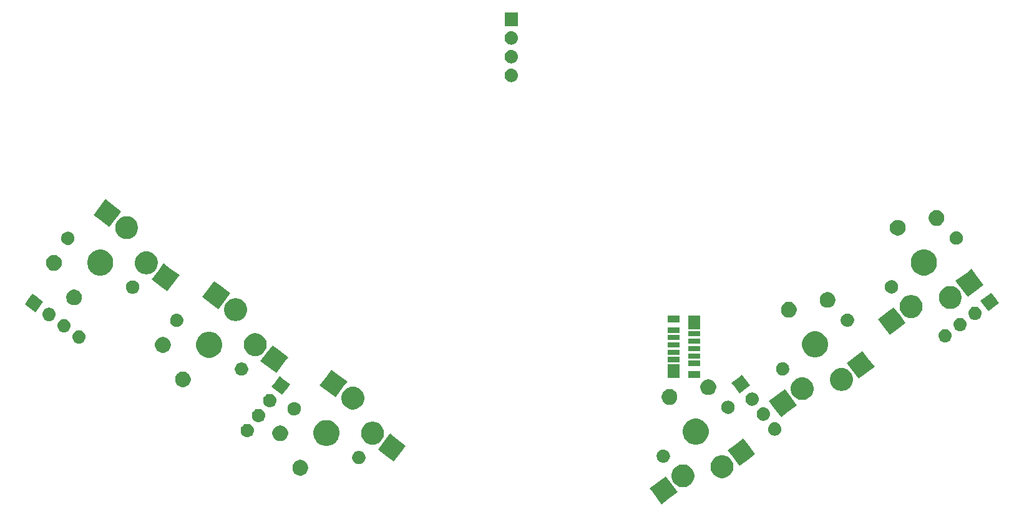
<source format=gbr>
G04 #@! TF.GenerationSoftware,KiCad,Pcbnew,(5.1.4)-1*
G04 #@! TF.CreationDate,2023-12-29T13:04:59-05:00*
G04 #@! TF.ProjectId,ThumbsUp,5468756d-6273-4557-902e-6b696361645f,rev?*
G04 #@! TF.SameCoordinates,Original*
G04 #@! TF.FileFunction,Soldermask,Bot*
G04 #@! TF.FilePolarity,Negative*
%FSLAX46Y46*%
G04 Gerber Fmt 4.6, Leading zero omitted, Abs format (unit mm)*
G04 Created by KiCad (PCBNEW (5.1.4)-1) date 2023-12-29 13:04:59*
%MOMM*%
%LPD*%
G04 APERTURE LIST*
%ADD10C,0.100000*%
G04 APERTURE END LIST*
D10*
G36*
X176402356Y94451302D02*
G01*
X177180106Y93419194D01*
X177180106Y93419193D01*
X175949512Y92491874D01*
X175022193Y91793089D01*
X175022192Y91793089D01*
X173796835Y93419193D01*
X173396088Y93951002D01*
X173396088Y93951003D01*
X174626682Y94878322D01*
X175554001Y95577107D01*
X175554002Y95577107D01*
X176402356Y94451302D01*
X176402356Y94451302D01*
G37*
G36*
X178206214Y97177240D02*
G01*
X178356039Y97147438D01*
X178638303Y97030521D01*
X178892334Y96860783D01*
X179108370Y96644747D01*
X179278108Y96390716D01*
X179395025Y96108452D01*
X179454629Y95808802D01*
X179454629Y95503282D01*
X179395025Y95203632D01*
X179278108Y94921368D01*
X179108370Y94667337D01*
X178892334Y94451301D01*
X178638303Y94281563D01*
X178356039Y94164646D01*
X178206214Y94134844D01*
X178056390Y94105042D01*
X177750868Y94105042D01*
X177601044Y94134844D01*
X177451219Y94164646D01*
X177168955Y94281563D01*
X176914924Y94451301D01*
X176698888Y94667337D01*
X176529150Y94921368D01*
X176412233Y95203632D01*
X176352629Y95503282D01*
X176352629Y95808802D01*
X176412233Y96108452D01*
X176529150Y96390716D01*
X176698888Y96644747D01*
X176914924Y96860783D01*
X177168955Y97030521D01*
X177451219Y97147438D01*
X177601044Y97177240D01*
X177750868Y97207042D01*
X178056390Y97207042D01*
X178206214Y97177240D01*
X178206214Y97177240D01*
G37*
G36*
X183523384Y98429317D02*
G01*
X183673209Y98399515D01*
X183955473Y98282598D01*
X184209504Y98112860D01*
X184425540Y97896824D01*
X184595278Y97642793D01*
X184712195Y97360529D01*
X184771799Y97060879D01*
X184771799Y96755359D01*
X184712195Y96455709D01*
X184595278Y96173445D01*
X184425540Y95919414D01*
X184209504Y95703378D01*
X183955473Y95533640D01*
X183673209Y95416723D01*
X183523384Y95386921D01*
X183373560Y95357119D01*
X183068038Y95357119D01*
X182918214Y95386921D01*
X182768389Y95416723D01*
X182486125Y95533640D01*
X182232094Y95703378D01*
X182016058Y95919414D01*
X181846320Y96173445D01*
X181729403Y96455709D01*
X181669799Y96755359D01*
X181669799Y97060879D01*
X181729403Y97360529D01*
X181846320Y97642793D01*
X182016058Y97896824D01*
X182232094Y98112860D01*
X182486125Y98282598D01*
X182768389Y98399515D01*
X182918214Y98429317D01*
X183068038Y98459119D01*
X183373560Y98459119D01*
X183523384Y98429317D01*
X183523384Y98429317D01*
G37*
G36*
X126310522Y97784047D02*
G01*
X126504703Y97703614D01*
X126504705Y97703613D01*
X126679464Y97586843D01*
X126828084Y97438223D01*
X126879840Y97360764D01*
X126944855Y97263462D01*
X127025288Y97069281D01*
X127066291Y96863142D01*
X127066291Y96652958D01*
X127025288Y96446819D01*
X127002049Y96390716D01*
X126944854Y96252636D01*
X126828084Y96077877D01*
X126679464Y95929257D01*
X126504705Y95812487D01*
X126504704Y95812486D01*
X126504703Y95812486D01*
X126310522Y95732053D01*
X126104383Y95691050D01*
X125894199Y95691050D01*
X125688060Y95732053D01*
X125493879Y95812486D01*
X125493878Y95812486D01*
X125493877Y95812487D01*
X125319118Y95929257D01*
X125170498Y96077877D01*
X125053728Y96252636D01*
X124996533Y96390716D01*
X124973294Y96446819D01*
X124932291Y96652958D01*
X124932291Y96863142D01*
X124973294Y97069281D01*
X125053727Y97263462D01*
X125118742Y97360764D01*
X125170498Y97438223D01*
X125319118Y97586843D01*
X125493877Y97703613D01*
X125493879Y97703614D01*
X125688060Y97784047D01*
X125894199Y97825050D01*
X126104383Y97825050D01*
X126310522Y97784047D01*
X126310522Y97784047D01*
G37*
G36*
X186755012Y99904808D02*
G01*
X187728340Y98613159D01*
X187728340Y98613158D01*
X186777732Y97896824D01*
X185570427Y96987054D01*
X185570426Y96987054D01*
X184619598Y98248846D01*
X183944322Y99144967D01*
X183944322Y99144968D01*
X185209897Y100098647D01*
X186102235Y100771072D01*
X186102236Y100771072D01*
X186755012Y99904808D01*
X186755012Y99904808D01*
G37*
G36*
X134118447Y99044587D02*
G01*
X134205570Y99027258D01*
X134314993Y98981933D01*
X134369706Y98959270D01*
X134516428Y98861234D01*
X134517423Y98860569D01*
X134643047Y98734945D01*
X134643049Y98734942D01*
X134741748Y98587228D01*
X134741748Y98587227D01*
X134809736Y98423092D01*
X134827066Y98335969D01*
X134841941Y98261186D01*
X134844395Y98248846D01*
X134844395Y98071188D01*
X134809736Y97896942D01*
X134779957Y97825050D01*
X134741748Y97732806D01*
X134686060Y97649463D01*
X134643047Y97585089D01*
X134517423Y97459465D01*
X134517420Y97459463D01*
X134369706Y97360764D01*
X134314993Y97338101D01*
X134205570Y97292776D01*
X134118447Y97275447D01*
X134031326Y97258117D01*
X133853664Y97258117D01*
X133766543Y97275447D01*
X133679420Y97292776D01*
X133569997Y97338101D01*
X133515284Y97360764D01*
X133367570Y97459463D01*
X133367567Y97459465D01*
X133241943Y97585089D01*
X133198930Y97649463D01*
X133143242Y97732806D01*
X133105033Y97825050D01*
X133075254Y97896942D01*
X133040595Y98071188D01*
X133040595Y98248846D01*
X133043050Y98261186D01*
X133057925Y98335969D01*
X133075254Y98423092D01*
X133143242Y98587227D01*
X133143242Y98587228D01*
X133241941Y98734942D01*
X133241943Y98734945D01*
X133367567Y98860569D01*
X133368562Y98861234D01*
X133515284Y98959270D01*
X133569997Y98981933D01*
X133679420Y99027258D01*
X133766543Y99044588D01*
X133853664Y99061917D01*
X134031326Y99061917D01*
X134118447Y99044587D01*
X134118447Y99044587D01*
G37*
G36*
X175423457Y99234587D02*
G01*
X175510580Y99217258D01*
X175620003Y99171933D01*
X175674716Y99149270D01*
X175805449Y99061917D01*
X175822433Y99050569D01*
X175948057Y98924945D01*
X175948059Y98924942D01*
X176046758Y98777228D01*
X176046758Y98777227D01*
X176114746Y98613092D01*
X176132075Y98525969D01*
X176149405Y98438848D01*
X176149405Y98261186D01*
X176146950Y98248846D01*
X176114746Y98086942D01*
X176069421Y97977519D01*
X176046758Y97922806D01*
X175954042Y97784046D01*
X175948057Y97775089D01*
X175822433Y97649465D01*
X175822430Y97649463D01*
X175674716Y97550764D01*
X175620003Y97528101D01*
X175510580Y97482776D01*
X175423457Y97465447D01*
X175336336Y97448117D01*
X175158674Y97448117D01*
X175071553Y97465447D01*
X174984430Y97482776D01*
X174875007Y97528101D01*
X174820294Y97550764D01*
X174672580Y97649463D01*
X174672577Y97649465D01*
X174546953Y97775089D01*
X174540968Y97784046D01*
X174448252Y97922806D01*
X174425589Y97977519D01*
X174380264Y98086942D01*
X174348060Y98248846D01*
X174345605Y98261186D01*
X174345605Y98438848D01*
X174362935Y98525969D01*
X174380264Y98613092D01*
X174448252Y98777227D01*
X174448252Y98777228D01*
X174546951Y98924942D01*
X174546953Y98924945D01*
X174672577Y99050569D01*
X174689561Y99061917D01*
X174820294Y99149270D01*
X174875007Y99171933D01*
X174984430Y99217258D01*
X175071553Y99234587D01*
X175158674Y99251917D01*
X175336336Y99251917D01*
X175423457Y99234587D01*
X175423457Y99234587D01*
G37*
G36*
X139076930Y100678088D02*
G01*
X140307524Y99750769D01*
X140307524Y99750768D01*
X139851020Y99144967D01*
X138681420Y97592855D01*
X138681419Y97592855D01*
X137754100Y98291640D01*
X136523506Y99218959D01*
X136523506Y99218960D01*
X137427247Y100418264D01*
X138149610Y101376873D01*
X138149611Y101376873D01*
X139076930Y100678088D01*
X139076930Y100678088D01*
G37*
G36*
X130064976Y103167653D02*
G01*
X130386276Y103034566D01*
X130386278Y103034565D01*
X130675440Y102841353D01*
X130921353Y102595440D01*
X131104359Y102321553D01*
X131114566Y102306276D01*
X131247653Y101984976D01*
X131315500Y101643888D01*
X131315500Y101296112D01*
X131247653Y100955024D01*
X131168564Y100764087D01*
X131114565Y100633722D01*
X130921353Y100344560D01*
X130675440Y100098647D01*
X130386278Y99905435D01*
X130386277Y99905434D01*
X130386276Y99905434D01*
X130064976Y99772347D01*
X129723888Y99704500D01*
X129376112Y99704500D01*
X129035024Y99772347D01*
X128713724Y99905434D01*
X128713723Y99905434D01*
X128713722Y99905435D01*
X128424560Y100098647D01*
X128178647Y100344560D01*
X127985435Y100633722D01*
X127931436Y100764087D01*
X127852347Y100955024D01*
X127784500Y101296112D01*
X127784500Y101643888D01*
X127852347Y101984976D01*
X127985434Y102306276D01*
X127995642Y102321553D01*
X128178647Y102595440D01*
X128424560Y102841353D01*
X128713722Y103034565D01*
X128713724Y103034566D01*
X129035024Y103167653D01*
X129376112Y103235500D01*
X129723888Y103235500D01*
X130064976Y103167653D01*
X130064976Y103167653D01*
G37*
G36*
X180154976Y103357653D02*
G01*
X180449879Y103235500D01*
X180476278Y103224565D01*
X180765440Y103031353D01*
X181011353Y102785440D01*
X181188610Y102520157D01*
X181204566Y102496276D01*
X181337653Y102174976D01*
X181405500Y101833888D01*
X181405500Y101486112D01*
X181337653Y101145024D01*
X181270176Y100982121D01*
X181204565Y100823722D01*
X181011353Y100534560D01*
X180765440Y100288647D01*
X180476278Y100095435D01*
X180476277Y100095434D01*
X180476276Y100095434D01*
X180154976Y99962347D01*
X179813888Y99894500D01*
X179466112Y99894500D01*
X179125024Y99962347D01*
X178803724Y100095434D01*
X178803723Y100095434D01*
X178803722Y100095435D01*
X178514560Y100288647D01*
X178268647Y100534560D01*
X178075435Y100823722D01*
X178009824Y100982121D01*
X177942347Y101145024D01*
X177874500Y101486112D01*
X177874500Y101833888D01*
X177942347Y102174976D01*
X178075434Y102496276D01*
X178091391Y102520157D01*
X178268647Y102785440D01*
X178514560Y103031353D01*
X178803722Y103224565D01*
X178830121Y103235500D01*
X179125024Y103357653D01*
X179466112Y103425500D01*
X179813888Y103425500D01*
X180154976Y103357653D01*
X180154976Y103357653D01*
G37*
G36*
X136102569Y102977006D02*
G01*
X136252394Y102947204D01*
X136534658Y102830287D01*
X136788689Y102660549D01*
X137004725Y102444513D01*
X137174463Y102190482D01*
X137274208Y101949674D01*
X137291380Y101908217D01*
X137350984Y101608569D01*
X137350984Y101303047D01*
X137343294Y101264388D01*
X137291380Y101003398D01*
X137174463Y100721134D01*
X137004725Y100467103D01*
X136788689Y100251067D01*
X136534658Y100081329D01*
X136252394Y99964412D01*
X136102569Y99934610D01*
X135952745Y99904808D01*
X135647223Y99904808D01*
X135497399Y99934610D01*
X135347574Y99964412D01*
X135065310Y100081329D01*
X134811279Y100251067D01*
X134595243Y100467103D01*
X134425505Y100721134D01*
X134308588Y101003398D01*
X134256674Y101264388D01*
X134248984Y101303047D01*
X134248984Y101608569D01*
X134308588Y101908217D01*
X134325760Y101949674D01*
X134425505Y102190482D01*
X134595243Y102444513D01*
X134811279Y102660549D01*
X135065310Y102830287D01*
X135347574Y102947204D01*
X135497399Y102977006D01*
X135647223Y103006808D01*
X135952745Y103006808D01*
X136102569Y102977006D01*
X136102569Y102977006D01*
G37*
G36*
X123581156Y102470257D02*
G01*
X123775337Y102389824D01*
X123775339Y102389823D01*
X123950098Y102273053D01*
X124098718Y102124433D01*
X124191899Y101984977D01*
X124215489Y101949672D01*
X124295922Y101755491D01*
X124336925Y101549352D01*
X124336925Y101339168D01*
X124295922Y101133029D01*
X124233414Y100982122D01*
X124215488Y100938846D01*
X124098718Y100764087D01*
X123950098Y100615467D01*
X123775339Y100498697D01*
X123775338Y100498696D01*
X123775337Y100498696D01*
X123581156Y100418263D01*
X123375017Y100377260D01*
X123164833Y100377260D01*
X122958694Y100418263D01*
X122764513Y100498696D01*
X122764512Y100498696D01*
X122764511Y100498697D01*
X122589752Y100615467D01*
X122441132Y100764087D01*
X122324362Y100938846D01*
X122306436Y100982122D01*
X122243928Y101133029D01*
X122202925Y101339168D01*
X122202925Y101549352D01*
X122243928Y101755491D01*
X122324361Y101949672D01*
X122347951Y101984977D01*
X122441132Y102124433D01*
X122589752Y102273053D01*
X122764511Y102389823D01*
X122764513Y102389824D01*
X122958694Y102470257D01*
X123164833Y102511260D01*
X123375017Y102511260D01*
X123581156Y102470257D01*
X123581156Y102470257D01*
G37*
G36*
X118914726Y102713046D02*
G01*
X118980911Y102706527D01*
X119150750Y102655007D01*
X119307275Y102571342D01*
X119343013Y102542012D01*
X119444470Y102458750D01*
X119522530Y102363632D01*
X119557062Y102321555D01*
X119640727Y102165030D01*
X119692247Y101995191D01*
X119709643Y101818564D01*
X119692247Y101641937D01*
X119640727Y101472098D01*
X119557062Y101315573D01*
X119527732Y101279835D01*
X119444470Y101178378D01*
X119368663Y101116166D01*
X119307275Y101065786D01*
X119150750Y100982121D01*
X118980911Y100930601D01*
X118914726Y100924082D01*
X118848544Y100917564D01*
X118760024Y100917564D01*
X118693841Y100924083D01*
X118627657Y100930601D01*
X118457818Y100982121D01*
X118301293Y101065786D01*
X118239905Y101116166D01*
X118164098Y101178378D01*
X118080836Y101279835D01*
X118051506Y101315573D01*
X117967841Y101472098D01*
X117916321Y101641937D01*
X117898925Y101818564D01*
X117916321Y101995191D01*
X117967841Y102165030D01*
X118051506Y102321555D01*
X118086038Y102363632D01*
X118164098Y102458750D01*
X118265555Y102542012D01*
X118301293Y102571342D01*
X118457818Y102655007D01*
X118627657Y102706527D01*
X118693842Y102713046D01*
X118760024Y102719564D01*
X118848544Y102719564D01*
X118914726Y102713046D01*
X118914726Y102713046D01*
G37*
G36*
X190474086Y102911647D02*
G01*
X190540270Y102905129D01*
X190710109Y102853609D01*
X190866634Y102769944D01*
X190902372Y102740614D01*
X191003829Y102657352D01*
X191087091Y102555895D01*
X191116421Y102520157D01*
X191200086Y102363632D01*
X191251606Y102193793D01*
X191269002Y102017166D01*
X191251606Y101840539D01*
X191225807Y101755492D01*
X191200085Y101670698D01*
X191158254Y101592438D01*
X191116421Y101514175D01*
X191093391Y101486113D01*
X191003829Y101376980D01*
X190929003Y101315573D01*
X190866634Y101264388D01*
X190710109Y101180723D01*
X190540270Y101129203D01*
X190474085Y101122684D01*
X190407903Y101116166D01*
X190319383Y101116166D01*
X190253200Y101122685D01*
X190187016Y101129203D01*
X190017177Y101180723D01*
X189860652Y101264388D01*
X189798283Y101315573D01*
X189723457Y101376980D01*
X189633895Y101486113D01*
X189610865Y101514175D01*
X189569032Y101592438D01*
X189527201Y101670698D01*
X189501479Y101755492D01*
X189475680Y101840539D01*
X189458284Y102017166D01*
X189475680Y102193793D01*
X189527200Y102363632D01*
X189610865Y102520157D01*
X189640195Y102555895D01*
X189723457Y102657352D01*
X189824914Y102740614D01*
X189860652Y102769944D01*
X190017177Y102853609D01*
X190187016Y102905129D01*
X190253201Y102911648D01*
X190319383Y102918166D01*
X190407903Y102918166D01*
X190474086Y102911647D01*
X190474086Y102911647D01*
G37*
G36*
X120443336Y104741581D02*
G01*
X120509521Y104735062D01*
X120679360Y104683542D01*
X120835885Y104599877D01*
X120871623Y104570547D01*
X120973080Y104487285D01*
X121051140Y104392167D01*
X121085672Y104350090D01*
X121169337Y104193565D01*
X121220857Y104023726D01*
X121238253Y103847099D01*
X121220857Y103670472D01*
X121169337Y103500633D01*
X121085672Y103344108D01*
X121056342Y103308370D01*
X120973080Y103206913D01*
X120897273Y103144701D01*
X120835885Y103094321D01*
X120679360Y103010656D01*
X120509521Y102959136D01*
X120443337Y102952618D01*
X120377154Y102946099D01*
X120288634Y102946099D01*
X120222452Y102952617D01*
X120156267Y102959136D01*
X119986428Y103010656D01*
X119829903Y103094321D01*
X119768515Y103144701D01*
X119692708Y103206913D01*
X119609446Y103308370D01*
X119580116Y103344108D01*
X119496451Y103500633D01*
X119444931Y103670472D01*
X119427535Y103847099D01*
X119444931Y104023726D01*
X119496451Y104193565D01*
X119580116Y104350090D01*
X119614648Y104392167D01*
X119692708Y104487285D01*
X119794165Y104570547D01*
X119829903Y104599877D01*
X119986428Y104683542D01*
X120156267Y104735062D01*
X120222452Y104741581D01*
X120288634Y104748099D01*
X120377154Y104748099D01*
X120443336Y104741581D01*
X120443336Y104741581D01*
G37*
G36*
X188945475Y104940183D02*
G01*
X189011660Y104933664D01*
X189181499Y104882144D01*
X189181501Y104882143D01*
X189206441Y104868812D01*
X189338024Y104798479D01*
X189373762Y104769149D01*
X189475219Y104685887D01*
X189558481Y104584430D01*
X189587811Y104548692D01*
X189671476Y104392167D01*
X189722996Y104222328D01*
X189740392Y104045701D01*
X189722996Y103869074D01*
X189671476Y103699235D01*
X189587811Y103542710D01*
X189558481Y103506972D01*
X189475219Y103405515D01*
X189400393Y103344108D01*
X189338024Y103292923D01*
X189181499Y103209258D01*
X189011660Y103157738D01*
X188945476Y103151220D01*
X188879293Y103144701D01*
X188790773Y103144701D01*
X188724590Y103151220D01*
X188658406Y103157738D01*
X188488567Y103209258D01*
X188332042Y103292923D01*
X188269673Y103344108D01*
X188194847Y103405515D01*
X188111585Y103506972D01*
X188082255Y103542710D01*
X187998590Y103699235D01*
X187947070Y103869074D01*
X187929674Y104045701D01*
X187947070Y104222328D01*
X187998590Y104392167D01*
X188082255Y104548692D01*
X188111585Y104584430D01*
X188194847Y104685887D01*
X188296304Y104769149D01*
X188332042Y104798479D01*
X188463625Y104868812D01*
X188488565Y104882143D01*
X188488567Y104882144D01*
X188658406Y104933664D01*
X188724591Y104940183D01*
X188790773Y104946701D01*
X188879293Y104946701D01*
X188945475Y104940183D01*
X188945475Y104940183D01*
G37*
G36*
X192500902Y106420703D02*
G01*
X193375137Y105260555D01*
X193375137Y105260554D01*
X192226584Y104395058D01*
X191217224Y103634450D01*
X191217223Y103634450D01*
X190277019Y104882144D01*
X189591119Y105792363D01*
X189591119Y105792364D01*
X190821713Y106719683D01*
X191749032Y107418468D01*
X191749033Y107418468D01*
X192500902Y106420703D01*
X192500902Y106420703D01*
G37*
G36*
X125333457Y105664554D02*
G01*
X125420580Y105647224D01*
X125530003Y105601899D01*
X125584716Y105579236D01*
X125722445Y105487209D01*
X125732433Y105480535D01*
X125858057Y105354911D01*
X125858059Y105354908D01*
X125956758Y105207194D01*
X125956758Y105207193D01*
X126024746Y105043058D01*
X126024746Y105043056D01*
X126059405Y104868814D01*
X126059405Y104691152D01*
X126057891Y104683542D01*
X126024746Y104516908D01*
X126012475Y104487284D01*
X125956758Y104352772D01*
X125901070Y104269429D01*
X125858057Y104205055D01*
X125732433Y104079431D01*
X125732430Y104079429D01*
X125584716Y103980730D01*
X125530003Y103958067D01*
X125420580Y103912742D01*
X125333457Y103895413D01*
X125246336Y103878083D01*
X125068674Y103878083D01*
X124981553Y103895413D01*
X124894430Y103912742D01*
X124785007Y103958067D01*
X124730294Y103980730D01*
X124582580Y104079429D01*
X124582577Y104079431D01*
X124456953Y104205055D01*
X124413940Y104269429D01*
X124358252Y104352772D01*
X124302535Y104487284D01*
X124290264Y104516908D01*
X124257119Y104683542D01*
X124255605Y104691152D01*
X124255605Y104868814D01*
X124290264Y105043056D01*
X124290264Y105043058D01*
X124358252Y105207193D01*
X124358252Y105207194D01*
X124456951Y105354908D01*
X124456953Y105354911D01*
X124582577Y105480535D01*
X124592565Y105487209D01*
X124730294Y105579236D01*
X124785007Y105601899D01*
X124894430Y105647224D01*
X124981553Y105664554D01*
X125068674Y105681883D01*
X125246336Y105681883D01*
X125333457Y105664554D01*
X125333457Y105664554D01*
G37*
G36*
X184208447Y105854553D02*
G01*
X184295570Y105837224D01*
X184403870Y105792364D01*
X184459706Y105769236D01*
X184564810Y105699008D01*
X184607423Y105670535D01*
X184733047Y105544911D01*
X184733049Y105544908D01*
X184831748Y105397194D01*
X184831748Y105397193D01*
X184899736Y105233058D01*
X184909042Y105186272D01*
X184934395Y105058814D01*
X184934395Y104881152D01*
X184917950Y104798480D01*
X184899736Y104706908D01*
X184855402Y104599878D01*
X184831748Y104542772D01*
X184794672Y104487284D01*
X184733047Y104395055D01*
X184607423Y104269431D01*
X184607420Y104269429D01*
X184459706Y104170730D01*
X184404993Y104148067D01*
X184295570Y104102742D01*
X184208447Y104085412D01*
X184121326Y104068083D01*
X183943664Y104068083D01*
X183856543Y104085413D01*
X183769420Y104102742D01*
X183659997Y104148067D01*
X183605284Y104170730D01*
X183457570Y104269429D01*
X183457567Y104269431D01*
X183331943Y104395055D01*
X183270318Y104487284D01*
X183233242Y104542772D01*
X183209588Y104599878D01*
X183165254Y104706908D01*
X183147040Y104798480D01*
X183130595Y104881152D01*
X183130595Y105058814D01*
X183155948Y105186272D01*
X183165254Y105233058D01*
X183233242Y105397193D01*
X183233242Y105397194D01*
X183331941Y105544908D01*
X183331943Y105544911D01*
X183457567Y105670535D01*
X183500180Y105699008D01*
X183605284Y105769236D01*
X183661120Y105792364D01*
X183769420Y105837224D01*
X183856543Y105854553D01*
X183943664Y105871883D01*
X184121326Y105871883D01*
X184208447Y105854553D01*
X184208447Y105854553D01*
G37*
G36*
X133433384Y107743079D02*
G01*
X133583209Y107713277D01*
X133865473Y107596360D01*
X134119504Y107426622D01*
X134335540Y107210586D01*
X134505278Y106956555D01*
X134622195Y106674291D01*
X134681799Y106374641D01*
X134681799Y106069121D01*
X134622195Y105769471D01*
X134505278Y105487207D01*
X134335540Y105233176D01*
X134119504Y105017140D01*
X133865473Y104847402D01*
X133583209Y104730485D01*
X133464689Y104706910D01*
X133283560Y104670881D01*
X132978038Y104670881D01*
X132796909Y104706910D01*
X132678389Y104730485D01*
X132396125Y104847402D01*
X132142094Y105017140D01*
X131926058Y105233176D01*
X131756320Y105487207D01*
X131639403Y105769471D01*
X131579799Y106069121D01*
X131579799Y106374641D01*
X131639403Y106674291D01*
X131756320Y106956555D01*
X131926058Y107210586D01*
X132142094Y107426622D01*
X132396125Y107596360D01*
X132678389Y107713277D01*
X132828214Y107743079D01*
X132978038Y107772881D01*
X133283560Y107772881D01*
X133433384Y107743079D01*
X133433384Y107743079D01*
G37*
G36*
X121971946Y106770115D02*
G01*
X122038131Y106763596D01*
X122207970Y106712076D01*
X122364495Y106628411D01*
X122400233Y106599081D01*
X122501690Y106515819D01*
X122579750Y106420701D01*
X122614282Y106378624D01*
X122697947Y106222099D01*
X122749467Y106052260D01*
X122766863Y105875633D01*
X122749467Y105699006D01*
X122697947Y105529167D01*
X122614282Y105372642D01*
X122592379Y105345953D01*
X122501690Y105235447D01*
X122425883Y105173235D01*
X122364495Y105122855D01*
X122364493Y105122854D01*
X122215207Y105043058D01*
X122207970Y105039190D01*
X122038131Y104987670D01*
X121971946Y104981151D01*
X121905764Y104974633D01*
X121817244Y104974633D01*
X121751062Y104981151D01*
X121684877Y104987670D01*
X121515038Y105039190D01*
X121507802Y105043058D01*
X121358515Y105122854D01*
X121358513Y105122855D01*
X121297125Y105173235D01*
X121221318Y105235447D01*
X121130629Y105345953D01*
X121108726Y105372642D01*
X121025061Y105529167D01*
X120973541Y105699006D01*
X120956145Y105875633D01*
X120973541Y106052260D01*
X121025061Y106222099D01*
X121108726Y106378624D01*
X121143258Y106420701D01*
X121221318Y106515819D01*
X121322775Y106599081D01*
X121358513Y106628411D01*
X121515038Y106712076D01*
X121684877Y106763596D01*
X121751062Y106770115D01*
X121817244Y106776633D01*
X121905764Y106776633D01*
X121971946Y106770115D01*
X121971946Y106770115D01*
G37*
G36*
X187416866Y106968716D02*
G01*
X187483050Y106962198D01*
X187652889Y106910678D01*
X187809414Y106827013D01*
X187845152Y106797683D01*
X187946609Y106714421D01*
X188029871Y106612964D01*
X188059201Y106577226D01*
X188142866Y106420701D01*
X188194386Y106250862D01*
X188211782Y106074235D01*
X188194386Y105897608D01*
X188142866Y105727769D01*
X188059201Y105571244D01*
X188037590Y105544911D01*
X187946609Y105434049D01*
X187871783Y105372642D01*
X187809414Y105321457D01*
X187652889Y105237792D01*
X187483050Y105186272D01*
X187416865Y105179753D01*
X187350683Y105173235D01*
X187262163Y105173235D01*
X187195980Y105179754D01*
X187129796Y105186272D01*
X186959957Y105237792D01*
X186803432Y105321457D01*
X186741063Y105372642D01*
X186666237Y105434049D01*
X186575256Y105544911D01*
X186553645Y105571244D01*
X186469980Y105727769D01*
X186418460Y105897608D01*
X186401064Y106074235D01*
X186418460Y106250862D01*
X186469980Y106420701D01*
X186553645Y106577226D01*
X186582975Y106612964D01*
X186666237Y106714421D01*
X186767694Y106797683D01*
X186803432Y106827013D01*
X186959957Y106910678D01*
X187129796Y106962198D01*
X187195980Y106968716D01*
X187262163Y106975235D01*
X187350683Y106975235D01*
X187416866Y106968716D01*
X187416866Y106968716D01*
G37*
G36*
X176400522Y107397947D02*
G01*
X176594703Y107317514D01*
X176594705Y107317513D01*
X176769464Y107200743D01*
X176918084Y107052123D01*
X177012594Y106910678D01*
X177034855Y106877362D01*
X177115288Y106683181D01*
X177156291Y106477042D01*
X177156291Y106266858D01*
X177115288Y106060719D01*
X177038622Y105875633D01*
X177034854Y105866536D01*
X176918084Y105691777D01*
X176769464Y105543157D01*
X176594705Y105426387D01*
X176594704Y105426386D01*
X176594703Y105426386D01*
X176400522Y105345953D01*
X176194383Y105304950D01*
X175984199Y105304950D01*
X175778060Y105345953D01*
X175583879Y105426386D01*
X175583878Y105426386D01*
X175583877Y105426387D01*
X175409118Y105543157D01*
X175260498Y105691777D01*
X175143728Y105866536D01*
X175139960Y105875633D01*
X175063294Y106060719D01*
X175022291Y106266858D01*
X175022291Y106477042D01*
X175063294Y106683181D01*
X175143727Y106877362D01*
X175165988Y106910678D01*
X175260498Y107052123D01*
X175409118Y107200743D01*
X175583877Y107317513D01*
X175583879Y107317514D01*
X175778060Y107397947D01*
X175984199Y107438950D01*
X176194383Y107438950D01*
X176400522Y107397947D01*
X176400522Y107397947D01*
G37*
G36*
X194401245Y109018601D02*
G01*
X194551070Y108988799D01*
X194833334Y108871882D01*
X195087365Y108702144D01*
X195303401Y108486108D01*
X195473139Y108232077D01*
X195590056Y107949813D01*
X195649660Y107650163D01*
X195649660Y107344643D01*
X195590056Y107044993D01*
X195473139Y106762729D01*
X195303401Y106508698D01*
X195087365Y106292662D01*
X194833334Y106122924D01*
X194551070Y106006007D01*
X194401245Y105976205D01*
X194251421Y105946403D01*
X193945899Y105946403D01*
X193796075Y105976205D01*
X193646250Y106006007D01*
X193363986Y106122924D01*
X193109955Y106292662D01*
X192893919Y106508698D01*
X192724181Y106762729D01*
X192607264Y107044993D01*
X192547660Y107344643D01*
X192547660Y107650163D01*
X192607264Y107949813D01*
X192724181Y108232077D01*
X192893919Y108486108D01*
X193109955Y108702144D01*
X193363986Y108871882D01*
X193646250Y108988799D01*
X193796075Y109018601D01*
X193945899Y109048403D01*
X194251421Y109048403D01*
X194401245Y109018601D01*
X194401245Y109018601D01*
G37*
G36*
X130914189Y109583852D02*
G01*
X132407277Y108458730D01*
X132407277Y108458729D01*
X131855753Y107726832D01*
X130781173Y106300816D01*
X130781172Y106300816D01*
X129853853Y106999601D01*
X128623259Y107926920D01*
X128623259Y107926921D01*
X129584017Y109201889D01*
X130249363Y110084834D01*
X130249364Y110084834D01*
X130914189Y109583852D01*
X130914189Y109583852D01*
G37*
G36*
X181657511Y108729887D02*
G01*
X181846221Y108651720D01*
X181851694Y108649453D01*
X182026453Y108532683D01*
X182175073Y108384063D01*
X182276628Y108232075D01*
X182291844Y108209302D01*
X182372277Y108015121D01*
X182413280Y107808982D01*
X182413280Y107598798D01*
X182372277Y107392659D01*
X182296859Y107210586D01*
X182291843Y107198476D01*
X182175073Y107023717D01*
X182026453Y106875097D01*
X181851694Y106758327D01*
X181851693Y106758326D01*
X181851692Y106758326D01*
X181657511Y106677893D01*
X181451372Y106636890D01*
X181241188Y106636890D01*
X181035049Y106677893D01*
X180840868Y106758326D01*
X180840867Y106758326D01*
X180840866Y106758327D01*
X180666107Y106875097D01*
X180517487Y107023717D01*
X180400717Y107198476D01*
X180395701Y107210586D01*
X180320283Y107392659D01*
X180279280Y107598798D01*
X180279280Y107808982D01*
X180320283Y108015121D01*
X180400716Y108209302D01*
X180415932Y108232075D01*
X180517487Y108384063D01*
X180666107Y108532683D01*
X180840866Y108649453D01*
X180846339Y108651720D01*
X181035049Y108729887D01*
X181241188Y108770890D01*
X181451372Y108770890D01*
X181657511Y108729887D01*
X181657511Y108729887D01*
G37*
G36*
X123791484Y108729887D02*
G01*
X124651920Y108081503D01*
X124651920Y108081502D01*
X124288178Y107598800D01*
X123567450Y106642361D01*
X123567449Y106642361D01*
X122826451Y107200743D01*
X122128308Y107726831D01*
X122128308Y107726832D01*
X122594337Y108345273D01*
X123212778Y109165973D01*
X123212779Y109165973D01*
X123791484Y108729887D01*
X123791484Y108729887D01*
G37*
G36*
X186533769Y108596719D02*
G01*
X187039619Y107925434D01*
X187039619Y107925433D01*
X186339619Y107397946D01*
X185600478Y106840963D01*
X185600477Y106840963D01*
X184783270Y107925434D01*
X184516007Y108280104D01*
X184516007Y108280105D01*
X185456477Y108988799D01*
X185955148Y109364575D01*
X185955149Y109364575D01*
X186533769Y108596719D01*
X186533769Y108596719D01*
G37*
G36*
X199718415Y110270678D02*
G01*
X199868240Y110240876D01*
X200150504Y110123959D01*
X200404535Y109954221D01*
X200620571Y109738185D01*
X200790309Y109484154D01*
X200907226Y109201890D01*
X200966830Y108902240D01*
X200966830Y108596720D01*
X200907226Y108297070D01*
X200790309Y108014806D01*
X200620571Y107760775D01*
X200404535Y107544739D01*
X200150504Y107375001D01*
X199868240Y107258084D01*
X199718415Y107228282D01*
X199568591Y107198480D01*
X199263069Y107198480D01*
X199113245Y107228282D01*
X198963420Y107258084D01*
X198681156Y107375001D01*
X198427125Y107544739D01*
X198211089Y107760775D01*
X198041351Y108014806D01*
X197924434Y108297070D01*
X197864830Y108596720D01*
X197864830Y108902240D01*
X197924434Y109201890D01*
X198041351Y109484154D01*
X198211089Y109738185D01*
X198427125Y109954221D01*
X198681156Y110123959D01*
X198963420Y110240876D01*
X199113245Y110270678D01*
X199263069Y110300480D01*
X199568591Y110300480D01*
X199718415Y110270678D01*
X199718415Y110270678D01*
G37*
G36*
X110387786Y109782807D02*
G01*
X110581967Y109702374D01*
X110581969Y109702373D01*
X110756728Y109585603D01*
X110905348Y109436983D01*
X110935321Y109392125D01*
X111022119Y109262222D01*
X111102552Y109068041D01*
X111143555Y108861902D01*
X111143555Y108651718D01*
X111102552Y108445579D01*
X111022119Y108251398D01*
X111022118Y108251396D01*
X110905348Y108076637D01*
X110756728Y107928017D01*
X110581969Y107811247D01*
X110581968Y107811246D01*
X110581967Y107811246D01*
X110387786Y107730813D01*
X110181647Y107689810D01*
X109971463Y107689810D01*
X109765324Y107730813D01*
X109571143Y107811246D01*
X109571142Y107811246D01*
X109571141Y107811247D01*
X109396382Y107928017D01*
X109247762Y108076637D01*
X109130992Y108251396D01*
X109130991Y108251398D01*
X109050558Y108445579D01*
X109009555Y108651718D01*
X109009555Y108861902D01*
X109050558Y109068041D01*
X109130991Y109262222D01*
X109217789Y109392125D01*
X109247762Y109436983D01*
X109396382Y109585603D01*
X109571141Y109702373D01*
X109571143Y109702374D01*
X109765324Y109782807D01*
X109971463Y109823810D01*
X110181647Y109823810D01*
X110387786Y109782807D01*
X110387786Y109782807D01*
G37*
G36*
X203068479Y111589000D02*
G01*
X203923371Y110454520D01*
X203923371Y110454519D01*
X203007242Y109764167D01*
X201765458Y108828415D01*
X201765457Y108828415D01*
X200564718Y110421850D01*
X200139353Y110986328D01*
X200139353Y110986329D01*
X201590822Y112080089D01*
X202297266Y112612433D01*
X202297267Y112612433D01*
X203068479Y111589000D01*
X203068479Y111589000D01*
G37*
G36*
X177461000Y108989000D02*
G01*
X175859000Y108989000D01*
X175859000Y110791000D01*
X177461000Y110791000D01*
X177461000Y108989000D01*
X177461000Y108989000D01*
G37*
G36*
X180261000Y108989000D02*
G01*
X178659000Y108989000D01*
X178659000Y109891000D01*
X180261000Y109891000D01*
X180261000Y108989000D01*
X180261000Y108989000D01*
G37*
G36*
X118195711Y111043348D02*
G01*
X118282834Y111026018D01*
X118392257Y110980693D01*
X118446970Y110958030D01*
X118545893Y110891932D01*
X118594687Y110859329D01*
X118720311Y110733705D01*
X118720313Y110733702D01*
X118819012Y110585988D01*
X118819012Y110585987D01*
X118887000Y110421852D01*
X118887000Y110421850D01*
X118915175Y110280207D01*
X118921659Y110247606D01*
X118921659Y110069948D01*
X118887000Y109895702D01*
X118885052Y109891000D01*
X118819012Y109731566D01*
X118742096Y109616453D01*
X118720311Y109583849D01*
X118594687Y109458225D01*
X118594684Y109458223D01*
X118446970Y109359524D01*
X118392257Y109336861D01*
X118282834Y109291536D01*
X118195711Y109274206D01*
X118108590Y109256877D01*
X117930928Y109256877D01*
X117843807Y109274206D01*
X117756684Y109291536D01*
X117647261Y109336861D01*
X117592548Y109359524D01*
X117444834Y109458223D01*
X117444831Y109458225D01*
X117319207Y109583849D01*
X117297422Y109616453D01*
X117220506Y109731566D01*
X117154466Y109891000D01*
X117152518Y109895702D01*
X117117859Y110069948D01*
X117117859Y110247606D01*
X117124344Y110280207D01*
X117152518Y110421850D01*
X117152518Y110421852D01*
X117220506Y110585987D01*
X117220506Y110585988D01*
X117319205Y110733702D01*
X117319207Y110733705D01*
X117444831Y110859329D01*
X117493625Y110891932D01*
X117592548Y110958030D01*
X117647261Y110980693D01*
X117756684Y111026018D01*
X117843807Y111043348D01*
X117930928Y111060677D01*
X118108590Y111060677D01*
X118195711Y111043348D01*
X118195711Y111043348D01*
G37*
G36*
X191618488Y111075949D02*
G01*
X191705611Y111058619D01*
X191815034Y111013294D01*
X191869747Y110990631D01*
X192016469Y110892595D01*
X192017464Y110891930D01*
X192143088Y110766306D01*
X192143090Y110766303D01*
X192241789Y110618589D01*
X192241789Y110618588D01*
X192309777Y110454453D01*
X192316262Y110421850D01*
X192344436Y110280209D01*
X192344436Y110102547D01*
X192337951Y110069946D01*
X192309777Y109928303D01*
X192294325Y109891000D01*
X192241789Y109764167D01*
X192143753Y109617445D01*
X192143088Y109616450D01*
X192017464Y109490826D01*
X192017461Y109490824D01*
X191869747Y109392125D01*
X191815034Y109369462D01*
X191705611Y109324137D01*
X191618488Y109306808D01*
X191531367Y109289478D01*
X191353705Y109289478D01*
X191266584Y109306808D01*
X191179461Y109324137D01*
X191070038Y109369462D01*
X191015325Y109392125D01*
X190867611Y109490824D01*
X190867608Y109490826D01*
X190741984Y109616450D01*
X190741319Y109617445D01*
X190643283Y109764167D01*
X190590747Y109891000D01*
X190575295Y109928303D01*
X190547121Y110069946D01*
X190540636Y110102547D01*
X190540636Y110280209D01*
X190568810Y110421850D01*
X190575295Y110454453D01*
X190643283Y110618588D01*
X190643283Y110618589D01*
X190741982Y110766303D01*
X190741984Y110766306D01*
X190867608Y110891930D01*
X190868603Y110892595D01*
X191015325Y110990631D01*
X191070038Y111013294D01*
X191179461Y111058619D01*
X191266584Y111075949D01*
X191353705Y111093278D01*
X191531367Y111093278D01*
X191618488Y111075949D01*
X191618488Y111075949D01*
G37*
G36*
X123154194Y112676848D02*
G01*
X124384788Y111749529D01*
X124384788Y111749528D01*
X123984041Y111217719D01*
X122758684Y109591615D01*
X122758683Y109591615D01*
X121817988Y110300480D01*
X120600770Y111217719D01*
X120600770Y111217720D01*
X121448971Y112343320D01*
X122226874Y113375633D01*
X122226875Y113375633D01*
X123154194Y112676848D01*
X123154194Y112676848D01*
G37*
G36*
X180261000Y110589000D02*
G01*
X178659000Y110589000D01*
X178659000Y111291000D01*
X180261000Y111291000D01*
X180261000Y110589000D01*
X180261000Y110589000D01*
G37*
G36*
X177461000Y111089000D02*
G01*
X175859000Y111089000D01*
X175859000Y111791000D01*
X177461000Y111791000D01*
X177461000Y111089000D01*
X177461000Y111089000D01*
G37*
G36*
X180261000Y111589000D02*
G01*
X178659000Y111589000D01*
X178659000Y112291000D01*
X180261000Y112291000D01*
X180261000Y111589000D01*
X180261000Y111589000D01*
G37*
G36*
X114142240Y115166413D02*
G01*
X114463540Y115033326D01*
X114463542Y115033325D01*
X114752704Y114840113D01*
X114998617Y114594200D01*
X115171391Y114335626D01*
X115191830Y114305036D01*
X115324917Y113983736D01*
X115392764Y113642648D01*
X115392764Y113294872D01*
X115324917Y112953784D01*
X115245828Y112762847D01*
X115191829Y112632482D01*
X114998617Y112343320D01*
X114752704Y112097407D01*
X114463542Y111904195D01*
X114463541Y111904194D01*
X114463540Y111904194D01*
X114142240Y111771107D01*
X113801152Y111703260D01*
X113453376Y111703260D01*
X113112288Y111771107D01*
X112790988Y111904194D01*
X112790987Y111904194D01*
X112790986Y111904195D01*
X112501824Y112097407D01*
X112255911Y112343320D01*
X112062699Y112632482D01*
X112008700Y112762847D01*
X111929611Y112953784D01*
X111861764Y113294872D01*
X111861764Y113642648D01*
X111929611Y113983736D01*
X112062698Y114305036D01*
X112083138Y114335626D01*
X112255911Y114594200D01*
X112501824Y114840113D01*
X112790986Y115033325D01*
X112790988Y115033326D01*
X113112288Y115166413D01*
X113453376Y115234260D01*
X113801152Y115234260D01*
X114142240Y115166413D01*
X114142240Y115166413D01*
G37*
G36*
X196350007Y115199014D02*
G01*
X196671307Y115065927D01*
X196671309Y115065926D01*
X196960471Y114872714D01*
X197206384Y114626801D01*
X197365556Y114388584D01*
X197399597Y114337637D01*
X197532684Y114016337D01*
X197600531Y113675249D01*
X197600531Y113327473D01*
X197532684Y112986385D01*
X197399597Y112665085D01*
X197399596Y112665083D01*
X197206384Y112375921D01*
X196960471Y112130008D01*
X196671309Y111936796D01*
X196671308Y111936795D01*
X196671307Y111936795D01*
X196350007Y111803708D01*
X196008919Y111735861D01*
X195661143Y111735861D01*
X195320055Y111803708D01*
X194998755Y111936795D01*
X194998754Y111936795D01*
X194998753Y111936796D01*
X194709591Y112130008D01*
X194463678Y112375921D01*
X194270466Y112665083D01*
X194270465Y112665085D01*
X194137378Y112986385D01*
X194069531Y113327473D01*
X194069531Y113675249D01*
X194137378Y114016337D01*
X194270465Y114337637D01*
X194304507Y114388584D01*
X194463678Y114626801D01*
X194709591Y114872714D01*
X194998753Y115065926D01*
X194998755Y115065927D01*
X195320055Y115199014D01*
X195661143Y115266861D01*
X196008919Y115266861D01*
X196350007Y115199014D01*
X196350007Y115199014D01*
G37*
G36*
X120179833Y114975766D02*
G01*
X120329658Y114945964D01*
X120611922Y114829047D01*
X120865953Y114659309D01*
X121081989Y114443273D01*
X121251727Y114189242D01*
X121368644Y113906978D01*
X121368644Y113906977D01*
X121428248Y113607329D01*
X121428248Y113301807D01*
X121426098Y113291000D01*
X121368644Y113002158D01*
X121251727Y112719894D01*
X121081989Y112465863D01*
X120865953Y112249827D01*
X120611922Y112080089D01*
X120329658Y111963172D01*
X120197057Y111936796D01*
X120030009Y111903568D01*
X119724487Y111903568D01*
X119557439Y111936796D01*
X119424838Y111963172D01*
X119142574Y112080089D01*
X118888543Y112249827D01*
X118672507Y112465863D01*
X118502769Y112719894D01*
X118385852Y113002158D01*
X118328398Y113291000D01*
X118326248Y113301807D01*
X118326248Y113607329D01*
X118385852Y113906977D01*
X118385852Y113906978D01*
X118502769Y114189242D01*
X118672507Y114443273D01*
X118888543Y114659309D01*
X119142574Y114829047D01*
X119424838Y114945964D01*
X119574663Y114975766D01*
X119724487Y115005568D01*
X120030009Y115005568D01*
X120179833Y114975766D01*
X120179833Y114975766D01*
G37*
G36*
X177461000Y112089000D02*
G01*
X175859000Y112089000D01*
X175859000Y112791000D01*
X177461000Y112791000D01*
X177461000Y112089000D01*
X177461000Y112089000D01*
G37*
G36*
X107658420Y114469017D02*
G01*
X107852601Y114388584D01*
X107852603Y114388583D01*
X108027362Y114271813D01*
X108175982Y114123193D01*
X108269163Y113983737D01*
X108292753Y113948432D01*
X108373186Y113754251D01*
X108414189Y113548112D01*
X108414189Y113337928D01*
X108373186Y113131789D01*
X108312957Y112986385D01*
X108292752Y112937606D01*
X108175982Y112762847D01*
X108027362Y112614227D01*
X107852603Y112497457D01*
X107852602Y112497456D01*
X107852601Y112497456D01*
X107658420Y112417023D01*
X107452281Y112376020D01*
X107242097Y112376020D01*
X107035958Y112417023D01*
X106841777Y112497456D01*
X106841776Y112497456D01*
X106841775Y112497457D01*
X106667016Y112614227D01*
X106518396Y112762847D01*
X106401626Y112937606D01*
X106381421Y112986385D01*
X106321192Y113131789D01*
X106280189Y113337928D01*
X106280189Y113548112D01*
X106321192Y113754251D01*
X106401625Y113948432D01*
X106425215Y113983737D01*
X106518396Y114123193D01*
X106667016Y114271813D01*
X106841775Y114388583D01*
X106841777Y114388584D01*
X107035958Y114469017D01*
X107242097Y114510020D01*
X107452281Y114510020D01*
X107658420Y114469017D01*
X107658420Y114469017D01*
G37*
G36*
X180261000Y112589000D02*
G01*
X178659000Y112589000D01*
X178659000Y113291000D01*
X180261000Y113291000D01*
X180261000Y112589000D01*
X180261000Y112589000D01*
G37*
G36*
X177461000Y113089000D02*
G01*
X175859000Y113089000D01*
X175859000Y113791000D01*
X177461000Y113791000D01*
X177461000Y113089000D01*
X177461000Y113089000D01*
G37*
G36*
X180261000Y113589000D02*
G01*
X178659000Y113589000D01*
X178659000Y114291000D01*
X180261000Y114291000D01*
X180261000Y113589000D01*
X180261000Y113589000D01*
G37*
G36*
X96073060Y115422971D02*
G01*
X96139245Y115416452D01*
X96309084Y115364932D01*
X96465609Y115281267D01*
X96501347Y115251937D01*
X96602804Y115168675D01*
X96686066Y115067218D01*
X96715396Y115031480D01*
X96799061Y114874955D01*
X96850581Y114705116D01*
X96867977Y114528489D01*
X96850581Y114351862D01*
X96799061Y114182023D01*
X96715396Y114025498D01*
X96686066Y113989760D01*
X96602804Y113888303D01*
X96501347Y113805041D01*
X96465609Y113775711D01*
X96309084Y113692046D01*
X96139245Y113640526D01*
X96073061Y113634008D01*
X96006878Y113627489D01*
X95918358Y113627489D01*
X95852175Y113634008D01*
X95785991Y113640526D01*
X95616152Y113692046D01*
X95459627Y113775711D01*
X95423889Y113805041D01*
X95322432Y113888303D01*
X95239170Y113989760D01*
X95209840Y114025498D01*
X95126175Y114182023D01*
X95074655Y114351862D01*
X95057259Y114528489D01*
X95074655Y114705116D01*
X95126175Y114874955D01*
X95209840Y115031480D01*
X95239170Y115067218D01*
X95322432Y115168675D01*
X95423889Y115251937D01*
X95459627Y115281267D01*
X95616152Y115364932D01*
X95785991Y115416452D01*
X95852176Y115422971D01*
X95918358Y115429489D01*
X96006878Y115429489D01*
X96073060Y115422971D01*
X96073060Y115422971D01*
G37*
G36*
X213595584Y115576575D02*
G01*
X213661768Y115570057D01*
X213831607Y115518537D01*
X213988132Y115434872D01*
X214023870Y115405542D01*
X214125327Y115322280D01*
X214197562Y115234260D01*
X214237919Y115185085D01*
X214321584Y115028560D01*
X214373104Y114858721D01*
X214390500Y114682094D01*
X214373104Y114505467D01*
X214321584Y114335628D01*
X214237919Y114179103D01*
X214208589Y114143365D01*
X214125327Y114041908D01*
X214023870Y113958646D01*
X213988132Y113929316D01*
X213831607Y113845651D01*
X213661768Y113794131D01*
X213595584Y113787613D01*
X213529401Y113781094D01*
X213440881Y113781094D01*
X213374698Y113787613D01*
X213308514Y113794131D01*
X213138675Y113845651D01*
X212982150Y113929316D01*
X212946412Y113958646D01*
X212844955Y114041908D01*
X212761693Y114143365D01*
X212732363Y114179103D01*
X212648698Y114335628D01*
X212597178Y114505467D01*
X212579782Y114682094D01*
X212597178Y114858721D01*
X212648698Y115028560D01*
X212732363Y115185085D01*
X212772720Y115234260D01*
X212844955Y115322280D01*
X212946412Y115405542D01*
X212982150Y115434872D01*
X213138675Y115518537D01*
X213308514Y115570057D01*
X213374698Y115576575D01*
X213440881Y115583094D01*
X213529401Y115583094D01*
X213595584Y115576575D01*
X213595584Y115576575D01*
G37*
G36*
X177461000Y114089000D02*
G01*
X175859000Y114089000D01*
X175859000Y114791000D01*
X177461000Y114791000D01*
X177461000Y114089000D01*
X177461000Y114089000D01*
G37*
G36*
X180261000Y114589000D02*
G01*
X178659000Y114589000D01*
X178659000Y115291000D01*
X180261000Y115291000D01*
X180261000Y114589000D01*
X180261000Y114589000D01*
G37*
G36*
X207403585Y117384518D02*
G01*
X208149894Y116394133D01*
X208149894Y116394132D01*
X207035144Y115554108D01*
X205991981Y114768028D01*
X205991980Y114768028D01*
X204885471Y116236416D01*
X204365876Y116925941D01*
X204365876Y116925942D01*
X205596470Y117853261D01*
X206523789Y118552046D01*
X206523790Y118552046D01*
X207403585Y117384518D01*
X207403585Y117384518D01*
G37*
G36*
X177461000Y115089000D02*
G01*
X175859000Y115089000D01*
X175859000Y115791000D01*
X177461000Y115791000D01*
X177461000Y115089000D01*
X177461000Y115089000D01*
G37*
G36*
X94044525Y116951581D02*
G01*
X94110710Y116945062D01*
X94280549Y116893542D01*
X94437074Y116809877D01*
X94472812Y116780547D01*
X94574269Y116697285D01*
X94657531Y116595828D01*
X94686861Y116560090D01*
X94770526Y116403565D01*
X94822046Y116233726D01*
X94839442Y116057099D01*
X94822046Y115880472D01*
X94770526Y115710633D01*
X94686861Y115554108D01*
X94657668Y115518537D01*
X94574269Y115416913D01*
X94472812Y115333651D01*
X94437074Y115304321D01*
X94280549Y115220656D01*
X94110710Y115169136D01*
X94044525Y115162617D01*
X93978343Y115156099D01*
X93889823Y115156099D01*
X93823641Y115162617D01*
X93757456Y115169136D01*
X93587617Y115220656D01*
X93431092Y115304321D01*
X93395354Y115333651D01*
X93293897Y115416913D01*
X93210498Y115518537D01*
X93181305Y115554108D01*
X93097640Y115710633D01*
X93046120Y115880472D01*
X93028724Y116057099D01*
X93046120Y116233726D01*
X93097640Y116403565D01*
X93181305Y116560090D01*
X93210635Y116595828D01*
X93293897Y116697285D01*
X93395354Y116780547D01*
X93431092Y116809877D01*
X93587617Y116893542D01*
X93757456Y116945062D01*
X93823641Y116951581D01*
X93889823Y116958099D01*
X93978343Y116958099D01*
X94044525Y116951581D01*
X94044525Y116951581D01*
G37*
G36*
X215624118Y117105186D02*
G01*
X215690303Y117098667D01*
X215860142Y117047147D01*
X216016667Y116963482D01*
X216052405Y116934152D01*
X216153862Y116850890D01*
X216237124Y116749433D01*
X216266454Y116713695D01*
X216350119Y116557170D01*
X216401639Y116387331D01*
X216419035Y116210704D01*
X216401639Y116034077D01*
X216350119Y115864238D01*
X216266454Y115707713D01*
X216237124Y115671975D01*
X216153862Y115570518D01*
X216052405Y115487256D01*
X216016667Y115457926D01*
X215860142Y115374261D01*
X215690303Y115322741D01*
X215624119Y115316223D01*
X215557936Y115309704D01*
X215469416Y115309704D01*
X215403233Y115316223D01*
X215337049Y115322741D01*
X215167210Y115374261D01*
X215010685Y115457926D01*
X214974947Y115487256D01*
X214873490Y115570518D01*
X214790228Y115671975D01*
X214760898Y115707713D01*
X214677233Y115864238D01*
X214625713Y116034077D01*
X214608317Y116210704D01*
X214625713Y116387331D01*
X214677233Y116557170D01*
X214760898Y116713695D01*
X214790228Y116749433D01*
X214873490Y116850890D01*
X214974947Y116934152D01*
X215010685Y116963482D01*
X215167210Y117047147D01*
X215337049Y117098667D01*
X215403234Y117105186D01*
X215469416Y117111704D01*
X215557936Y117111704D01*
X215624118Y117105186D01*
X215624118Y117105186D01*
G37*
G36*
X180261000Y115589000D02*
G01*
X178659000Y115589000D01*
X178659000Y117391000D01*
X180261000Y117391000D01*
X180261000Y115589000D01*
X180261000Y115589000D01*
G37*
G36*
X109410721Y117663313D02*
G01*
X109497844Y117645984D01*
X109583274Y117610597D01*
X109661980Y117577996D01*
X109760903Y117511898D01*
X109809697Y117479295D01*
X109935321Y117353671D01*
X109935323Y117353668D01*
X110034022Y117205954D01*
X110041743Y117187314D01*
X110102010Y117041818D01*
X110102010Y117041816D01*
X110131504Y116893542D01*
X110136669Y116867572D01*
X110136669Y116689914D01*
X110102010Y116515668D01*
X110056685Y116406245D01*
X110034022Y116351532D01*
X109993576Y116291000D01*
X109935321Y116203815D01*
X109809697Y116078191D01*
X109809694Y116078189D01*
X109661980Y115979490D01*
X109607267Y115956827D01*
X109497844Y115911502D01*
X109410721Y115894173D01*
X109323600Y115876843D01*
X109145938Y115876843D01*
X109058817Y115894173D01*
X108971694Y115911502D01*
X108862271Y115956827D01*
X108807558Y115979490D01*
X108659844Y116078189D01*
X108659841Y116078191D01*
X108534217Y116203815D01*
X108475962Y116291000D01*
X108435516Y116351532D01*
X108412853Y116406245D01*
X108367528Y116515668D01*
X108332869Y116689914D01*
X108332869Y116867572D01*
X108338035Y116893542D01*
X108367528Y117041816D01*
X108367528Y117041818D01*
X108427795Y117187314D01*
X108435516Y117205954D01*
X108534215Y117353668D01*
X108534217Y117353671D01*
X108659841Y117479295D01*
X108708635Y117511898D01*
X108807558Y117577996D01*
X108886264Y117610597D01*
X108971694Y117645984D01*
X109058817Y117663313D01*
X109145938Y117680643D01*
X109323600Y117680643D01*
X109410721Y117663313D01*
X109410721Y117663313D01*
G37*
G36*
X200403478Y117695915D02*
G01*
X200490601Y117678585D01*
X200578255Y117642277D01*
X200654737Y117610597D01*
X200770661Y117533139D01*
X200802454Y117511896D01*
X200928078Y117386272D01*
X200928080Y117386269D01*
X201026779Y117238555D01*
X201040283Y117205954D01*
X201094767Y117074419D01*
X201101252Y117041816D01*
X201129426Y116900175D01*
X201129426Y116722513D01*
X201122941Y116689912D01*
X201094767Y116548269D01*
X201049442Y116438846D01*
X201026779Y116384133D01*
X200928743Y116237411D01*
X200928078Y116236416D01*
X200802454Y116110792D01*
X200802451Y116110790D01*
X200654737Y116012091D01*
X200600024Y115989428D01*
X200490601Y115944103D01*
X200403478Y115926774D01*
X200316357Y115909444D01*
X200138695Y115909444D01*
X200051574Y115926774D01*
X199964451Y115944103D01*
X199855028Y115989428D01*
X199800315Y116012091D01*
X199652601Y116110790D01*
X199652598Y116110792D01*
X199526974Y116236416D01*
X199526309Y116237411D01*
X199428273Y116384133D01*
X199405610Y116438846D01*
X199360285Y116548269D01*
X199332111Y116689912D01*
X199325626Y116722513D01*
X199325626Y116900175D01*
X199353800Y117041816D01*
X199360285Y117074419D01*
X199414769Y117205954D01*
X199428273Y117238555D01*
X199526972Y117386269D01*
X199526974Y117386272D01*
X199652598Y117511896D01*
X199684391Y117533139D01*
X199800315Y117610597D01*
X199876797Y117642277D01*
X199964451Y117678585D01*
X200051574Y117695915D01*
X200138695Y117713244D01*
X200316357Y117713244D01*
X200403478Y117695915D01*
X200403478Y117695915D01*
G37*
G36*
X177461000Y116489000D02*
G01*
X175859000Y116489000D01*
X175859000Y117391000D01*
X177461000Y117391000D01*
X177461000Y116489000D01*
X177461000Y116489000D01*
G37*
G36*
X117510648Y119741839D02*
G01*
X117660473Y119712037D01*
X117942737Y119595120D01*
X118196768Y119425382D01*
X118412804Y119209346D01*
X118582542Y118955315D01*
X118699459Y118673051D01*
X118759063Y118373401D01*
X118759063Y118067881D01*
X118699459Y117768231D01*
X118582542Y117485967D01*
X118412804Y117231936D01*
X118196768Y117015900D01*
X117942737Y116846162D01*
X117660473Y116729245D01*
X117510648Y116699443D01*
X117360824Y116669641D01*
X117055302Y116669641D01*
X116905478Y116699443D01*
X116755653Y116729245D01*
X116473389Y116846162D01*
X116219358Y117015900D01*
X116003322Y117231936D01*
X115833584Y117485967D01*
X115716667Y117768231D01*
X115657063Y118067881D01*
X115657063Y118373401D01*
X115716667Y118673051D01*
X115833584Y118955315D01*
X116003322Y119209346D01*
X116219358Y119425382D01*
X116473389Y119595120D01*
X116755653Y119712037D01*
X116905478Y119741839D01*
X117055302Y119771641D01*
X117360824Y119771641D01*
X117510648Y119741839D01*
X117510648Y119741839D01*
G37*
G36*
X92015991Y118480191D02*
G01*
X92082176Y118473672D01*
X92252015Y118422152D01*
X92408540Y118338487D01*
X92444278Y118309157D01*
X92545735Y118225895D01*
X92628997Y118124438D01*
X92658327Y118088700D01*
X92741992Y117932175D01*
X92793512Y117762336D01*
X92810908Y117585709D01*
X92793512Y117409082D01*
X92741992Y117239243D01*
X92658327Y117082718D01*
X92651516Y117074419D01*
X92545735Y116945523D01*
X92450752Y116867574D01*
X92408540Y116832931D01*
X92252015Y116749266D01*
X92082176Y116697746D01*
X92015991Y116691227D01*
X91949809Y116684709D01*
X91861289Y116684709D01*
X91795107Y116691227D01*
X91728922Y116697746D01*
X91559083Y116749266D01*
X91402558Y116832931D01*
X91360346Y116867574D01*
X91265363Y116945523D01*
X91159582Y117074419D01*
X91152771Y117082718D01*
X91069106Y117239243D01*
X91017586Y117409082D01*
X91000190Y117585709D01*
X91017586Y117762336D01*
X91069106Y117932175D01*
X91152771Y118088700D01*
X91182101Y118124438D01*
X91265363Y118225895D01*
X91366820Y118309157D01*
X91402558Y118338487D01*
X91559083Y118422152D01*
X91728922Y118473672D01*
X91795107Y118480191D01*
X91861289Y118486709D01*
X91949809Y118486709D01*
X92015991Y118480191D01*
X92015991Y118480191D01*
G37*
G36*
X217652653Y118633795D02*
G01*
X217718837Y118627277D01*
X217888676Y118575757D01*
X218045201Y118492092D01*
X218080939Y118462762D01*
X218182396Y118379500D01*
X218247987Y118299576D01*
X218294988Y118242305D01*
X218378653Y118085780D01*
X218430173Y117915941D01*
X218447569Y117739314D01*
X218430173Y117562687D01*
X218378653Y117392848D01*
X218378652Y117392846D01*
X218357712Y117353671D01*
X218294988Y117236323D01*
X218270065Y117205954D01*
X218182396Y117099128D01*
X218080982Y117015901D01*
X218045201Y116986536D01*
X217968474Y116945524D01*
X217931839Y116925942D01*
X217888676Y116902871D01*
X217718837Y116851351D01*
X217666151Y116846162D01*
X217586470Y116838314D01*
X217497950Y116838314D01*
X217418269Y116846162D01*
X217365583Y116851351D01*
X217195744Y116902871D01*
X217152582Y116925942D01*
X217115946Y116945524D01*
X217039219Y116986536D01*
X217003438Y117015901D01*
X216902024Y117099128D01*
X216814355Y117205954D01*
X216789432Y117236323D01*
X216726708Y117353671D01*
X216705768Y117392846D01*
X216705767Y117392848D01*
X216654247Y117562687D01*
X216636851Y117739314D01*
X216654247Y117915941D01*
X216705767Y118085780D01*
X216789432Y118242305D01*
X216836433Y118299576D01*
X216902024Y118379500D01*
X217003481Y118462762D01*
X217039219Y118492092D01*
X217195744Y118575757D01*
X217365583Y118627277D01*
X217431767Y118633795D01*
X217497950Y118640314D01*
X217586470Y118640314D01*
X217652653Y118633795D01*
X217652653Y118633795D01*
G37*
G36*
X209176002Y120152179D02*
G01*
X209325827Y120122377D01*
X209608091Y120005460D01*
X209862122Y119835722D01*
X210078158Y119619686D01*
X210247896Y119365655D01*
X210364813Y119083391D01*
X210424417Y118783741D01*
X210424417Y118478221D01*
X210364813Y118178571D01*
X210247896Y117896307D01*
X210078158Y117642276D01*
X209862122Y117426240D01*
X209608091Y117256502D01*
X209325827Y117139585D01*
X209176002Y117109783D01*
X209026178Y117079981D01*
X208720656Y117079981D01*
X208570832Y117109783D01*
X208421007Y117139585D01*
X208138743Y117256502D01*
X207884712Y117426240D01*
X207668676Y117642276D01*
X207498938Y117896307D01*
X207382021Y118178571D01*
X207322417Y118478221D01*
X207322417Y118783741D01*
X207382021Y119083391D01*
X207498938Y119365655D01*
X207668676Y119619686D01*
X207884712Y119835722D01*
X208138743Y120005460D01*
X208421007Y120122377D01*
X208570832Y120152179D01*
X208720656Y120181981D01*
X209026178Y120181981D01*
X209176002Y120152179D01*
X209176002Y120152179D01*
G37*
G36*
X192595553Y119239308D02*
G01*
X192789734Y119158875D01*
X192789736Y119158874D01*
X192964495Y119042104D01*
X193113115Y118893484D01*
X193229885Y118718725D01*
X193229886Y118718723D01*
X193310319Y118524542D01*
X193351322Y118318403D01*
X193351322Y118108219D01*
X193310319Y117902080D01*
X193232100Y117713244D01*
X193229885Y117707897D01*
X193113115Y117533138D01*
X192964495Y117384518D01*
X192789736Y117267748D01*
X192789735Y117267747D01*
X192789734Y117267747D01*
X192595553Y117187314D01*
X192389414Y117146311D01*
X192179230Y117146311D01*
X191973091Y117187314D01*
X191778910Y117267747D01*
X191778909Y117267747D01*
X191778908Y117267748D01*
X191604149Y117384518D01*
X191455529Y117533138D01*
X191338759Y117707897D01*
X191336544Y117713244D01*
X191258325Y117902080D01*
X191217322Y118108219D01*
X191217322Y118318403D01*
X191258325Y118524542D01*
X191338758Y118718723D01*
X191338759Y118718725D01*
X191455529Y118893484D01*
X191604149Y119042104D01*
X191778908Y119158874D01*
X191778910Y119158875D01*
X191973091Y119239308D01*
X192179230Y119280311D01*
X192389414Y119280311D01*
X192595553Y119239308D01*
X192595553Y119239308D01*
G37*
G36*
X90131580Y120050665D02*
G01*
X91138821Y119291655D01*
X91138821Y119291654D01*
X90676639Y118678318D01*
X90054351Y117852513D01*
X90054350Y117852513D01*
X89409440Y118338488D01*
X88615209Y118936983D01*
X88615209Y118936984D01*
X89099120Y119579155D01*
X89699679Y120376125D01*
X89699680Y120376125D01*
X90131580Y120050665D01*
X90131580Y120050665D01*
G37*
G36*
X220350495Y119730297D02*
G01*
X220832550Y119090589D01*
X220832550Y119090588D01*
X220149345Y118575757D01*
X219393409Y118006118D01*
X219393408Y118006118D01*
X218724731Y118893483D01*
X218308938Y119445259D01*
X218308938Y119445260D01*
X219344250Y120225423D01*
X219748079Y120529730D01*
X219748080Y120529730D01*
X220350495Y119730297D01*
X220350495Y119730297D01*
G37*
G36*
X115027526Y121555429D02*
G01*
X116484541Y120457490D01*
X116484541Y120457489D01*
X115876311Y119650341D01*
X114858437Y118299576D01*
X114858436Y118299576D01*
X113873069Y119042104D01*
X112700523Y119925680D01*
X112700523Y119925681D01*
X113532146Y121029281D01*
X114326627Y122083594D01*
X114326628Y122083594D01*
X115027526Y121555429D01*
X115027526Y121555429D01*
G37*
G36*
X214493172Y121404256D02*
G01*
X214642997Y121374454D01*
X214925261Y121257537D01*
X215179292Y121087799D01*
X215395328Y120871763D01*
X215565066Y120617732D01*
X215681983Y120335468D01*
X215741587Y120035818D01*
X215741587Y119730298D01*
X215681983Y119430648D01*
X215565066Y119148384D01*
X215395328Y118894353D01*
X215179292Y118678317D01*
X214925261Y118508579D01*
X214642997Y118391662D01*
X214493172Y118361860D01*
X214343348Y118332058D01*
X214037826Y118332058D01*
X213888002Y118361860D01*
X213738177Y118391662D01*
X213455913Y118508579D01*
X213201882Y118678317D01*
X212985846Y118894353D01*
X212816108Y119148384D01*
X212699191Y119430648D01*
X212639587Y119730298D01*
X212639587Y120035818D01*
X212699191Y120335468D01*
X212816108Y120617732D01*
X212985846Y120871763D01*
X213201882Y121087799D01*
X213455913Y121257537D01*
X213738177Y121374454D01*
X213888002Y121404256D01*
X214037826Y121434058D01*
X214343348Y121434058D01*
X214493172Y121404256D01*
X214493172Y121404256D01*
G37*
G36*
X197852542Y120571248D02*
G01*
X198041204Y120493101D01*
X198046725Y120490814D01*
X198221484Y120374044D01*
X198370104Y120225424D01*
X198486874Y120050665D01*
X198486875Y120050663D01*
X198567308Y119856482D01*
X198608311Y119650343D01*
X198608311Y119440159D01*
X198567308Y119234020D01*
X198495886Y119061594D01*
X198486874Y119039837D01*
X198370104Y118865078D01*
X198221484Y118716458D01*
X198046725Y118599688D01*
X198046724Y118599687D01*
X198046723Y118599687D01*
X197852542Y118519254D01*
X197646403Y118478251D01*
X197436219Y118478251D01*
X197230080Y118519254D01*
X197035899Y118599687D01*
X197035898Y118599687D01*
X197035897Y118599688D01*
X196861138Y118716458D01*
X196712518Y118865078D01*
X196595748Y119039837D01*
X196586736Y119061594D01*
X196515314Y119234020D01*
X196474311Y119440159D01*
X196474311Y119650343D01*
X196515314Y119856482D01*
X196595747Y120050663D01*
X196595748Y120050665D01*
X196712518Y120225424D01*
X196861138Y120374044D01*
X197035897Y120490814D01*
X197041418Y120493101D01*
X197230080Y120571248D01*
X197436219Y120612251D01*
X197646403Y120612251D01*
X197852542Y120571248D01*
X197852542Y120571248D01*
G37*
G36*
X95613029Y120916384D02*
G01*
X95807210Y120835951D01*
X95807212Y120835950D01*
X95981971Y120719180D01*
X96130591Y120570560D01*
X96247361Y120395801D01*
X96247362Y120395799D01*
X96327795Y120201618D01*
X96368798Y119995479D01*
X96368798Y119785295D01*
X96327795Y119579156D01*
X96264099Y119425382D01*
X96247361Y119384973D01*
X96130591Y119210214D01*
X95981971Y119061594D01*
X95807212Y118944824D01*
X95807211Y118944823D01*
X95807210Y118944823D01*
X95613029Y118864390D01*
X95406890Y118823387D01*
X95196706Y118823387D01*
X94990567Y118864390D01*
X94796386Y118944823D01*
X94796385Y118944823D01*
X94796384Y118944824D01*
X94621625Y119061594D01*
X94473005Y119210214D01*
X94356235Y119384973D01*
X94339497Y119425382D01*
X94275801Y119579156D01*
X94234798Y119785295D01*
X94234798Y119995479D01*
X94275801Y120201618D01*
X94356234Y120395799D01*
X94356235Y120395801D01*
X94473005Y120570560D01*
X94621625Y120719180D01*
X94796384Y120835950D01*
X94796386Y120835951D01*
X94990567Y120916384D01*
X95196706Y120957387D01*
X95406890Y120957387D01*
X95613029Y120916384D01*
X95613029Y120916384D01*
G37*
G36*
X217706008Y122904685D02*
G01*
X218698128Y121588098D01*
X218698128Y121588097D01*
X217585976Y120750031D01*
X216540215Y119961993D01*
X216540214Y119961993D01*
X215339474Y121555429D01*
X214914110Y122119906D01*
X214914110Y122119907D01*
X216365578Y123213666D01*
X217072023Y123746011D01*
X217072024Y123746011D01*
X217706008Y122904685D01*
X217706008Y122904685D01*
G37*
G36*
X103420954Y122176925D02*
G01*
X103508077Y122159595D01*
X103593505Y122124209D01*
X103672213Y122091607D01*
X103771134Y122025510D01*
X103819930Y121992906D01*
X103945554Y121867282D01*
X103945556Y121867279D01*
X104044255Y121719565D01*
X104044255Y121719564D01*
X104112243Y121555429D01*
X104146902Y121381183D01*
X104146902Y121203525D01*
X104112243Y121029279D01*
X104082464Y120957387D01*
X104044255Y120865143D01*
X103967340Y120750031D01*
X103945554Y120717426D01*
X103819930Y120591802D01*
X103819927Y120591800D01*
X103672213Y120493101D01*
X103617500Y120470438D01*
X103508077Y120425113D01*
X103420954Y120407784D01*
X103333833Y120390454D01*
X103156171Y120390454D01*
X103069050Y120407784D01*
X102981927Y120425113D01*
X102872504Y120470438D01*
X102817791Y120493101D01*
X102670077Y120591800D01*
X102670074Y120591802D01*
X102544450Y120717426D01*
X102522664Y120750031D01*
X102445749Y120865143D01*
X102407540Y120957387D01*
X102377761Y121029279D01*
X102343102Y121203525D01*
X102343102Y121381183D01*
X102377761Y121555429D01*
X102445749Y121719564D01*
X102445749Y121719565D01*
X102544448Y121867279D01*
X102544450Y121867282D01*
X102670074Y121992906D01*
X102718870Y122025510D01*
X102817791Y122091607D01*
X102896499Y122124209D01*
X102981927Y122159595D01*
X103069050Y122176925D01*
X103156171Y122194254D01*
X103333833Y122194254D01*
X103420954Y122176925D01*
X103420954Y122176925D01*
G37*
G36*
X206393245Y122209527D02*
G01*
X206480368Y122192197D01*
X206589791Y122146872D01*
X206644504Y122124209D01*
X206791226Y122026173D01*
X206792221Y122025508D01*
X206917845Y121899884D01*
X206917847Y121899881D01*
X207016546Y121752167D01*
X207039209Y121697454D01*
X207084534Y121588031D01*
X207119193Y121413785D01*
X207119193Y121236127D01*
X207084534Y121061881D01*
X207041250Y120957387D01*
X207016546Y120897745D01*
X206975256Y120835950D01*
X206917845Y120750028D01*
X206792221Y120624404D01*
X206792218Y120624402D01*
X206644504Y120525703D01*
X206589791Y120503040D01*
X206480368Y120457715D01*
X206393245Y120440385D01*
X206306124Y120423056D01*
X206128462Y120423056D01*
X206041341Y120440385D01*
X205954218Y120457715D01*
X205844795Y120503040D01*
X205790082Y120525703D01*
X205642368Y120624402D01*
X205642365Y120624404D01*
X205516741Y120750028D01*
X205459330Y120835950D01*
X205418040Y120897745D01*
X205393336Y120957387D01*
X205350052Y121061881D01*
X205315393Y121236127D01*
X205315393Y121413785D01*
X205350052Y121588031D01*
X205395377Y121697454D01*
X205418040Y121752167D01*
X205516739Y121899881D01*
X205516741Y121899884D01*
X205642365Y122025508D01*
X205643360Y122026173D01*
X205790082Y122124209D01*
X205844795Y122146872D01*
X205954218Y122192197D01*
X206041341Y122209527D01*
X206128462Y122226856D01*
X206306124Y122226856D01*
X206393245Y122209527D01*
X206393245Y122209527D01*
G37*
G36*
X108379437Y123810425D02*
G01*
X109610031Y122883106D01*
X109610031Y122883105D01*
X109034920Y122119907D01*
X107983927Y120725192D01*
X107983926Y120725192D01*
X107043230Y121434058D01*
X105826013Y122351296D01*
X105826013Y122351297D01*
X106729754Y123550601D01*
X107452117Y124509210D01*
X107452118Y124509210D01*
X108379437Y123810425D01*
X108379437Y123810425D01*
G37*
G36*
X99367483Y126299990D02*
G01*
X99610077Y126199504D01*
X99688785Y126166902D01*
X99730326Y126139145D01*
X99977947Y125973690D01*
X100223860Y125727777D01*
X100417073Y125438613D01*
X100550160Y125117313D01*
X100618007Y124776225D01*
X100618007Y124428449D01*
X100550160Y124087361D01*
X100471071Y123896424D01*
X100417072Y123766059D01*
X100223860Y123476897D01*
X99977947Y123230984D01*
X99688785Y123037772D01*
X99688784Y123037771D01*
X99688783Y123037771D01*
X99367483Y122904684D01*
X99026395Y122836837D01*
X98678619Y122836837D01*
X98337531Y122904684D01*
X98016231Y123037771D01*
X98016230Y123037771D01*
X98016229Y123037772D01*
X97727067Y123230984D01*
X97481154Y123476897D01*
X97287942Y123766059D01*
X97233943Y123896424D01*
X97154854Y124087361D01*
X97087007Y124428449D01*
X97087007Y124776225D01*
X97154854Y125117313D01*
X97287941Y125438613D01*
X97481154Y125727777D01*
X97727067Y125973690D01*
X97974688Y126139145D01*
X98016229Y126166902D01*
X98094937Y126199504D01*
X98337531Y126299990D01*
X98678619Y126367837D01*
X99026395Y126367837D01*
X99367483Y126299990D01*
X99367483Y126299990D01*
G37*
G36*
X211124764Y126332592D02*
G01*
X211446064Y126199505D01*
X211446066Y126199504D01*
X211735228Y126006292D01*
X211981141Y125760379D01*
X212086570Y125602594D01*
X212174354Y125471215D01*
X212307441Y125149915D01*
X212375288Y124808827D01*
X212375288Y124461051D01*
X212307441Y124119963D01*
X212214848Y123896425D01*
X212174353Y123798661D01*
X211981141Y123509499D01*
X211735228Y123263586D01*
X211446066Y123070374D01*
X211446065Y123070373D01*
X211446064Y123070373D01*
X211124764Y122937286D01*
X210783676Y122869439D01*
X210435900Y122869439D01*
X210094812Y122937286D01*
X209773512Y123070373D01*
X209773511Y123070373D01*
X209773510Y123070374D01*
X209484348Y123263586D01*
X209238435Y123509499D01*
X209045223Y123798661D01*
X209004728Y123896425D01*
X208912135Y124119963D01*
X208844288Y124461051D01*
X208844288Y124808827D01*
X208912135Y125149915D01*
X209045222Y125471215D01*
X209133007Y125602594D01*
X209238435Y125760379D01*
X209484348Y126006292D01*
X209773510Y126199504D01*
X209773512Y126199505D01*
X210094812Y126332592D01*
X210435900Y126400439D01*
X210783676Y126400439D01*
X211124764Y126332592D01*
X211124764Y126332592D01*
G37*
G36*
X105405076Y126109343D02*
G01*
X105554901Y126079541D01*
X105837165Y125962624D01*
X106091196Y125792886D01*
X106307232Y125576850D01*
X106476970Y125322819D01*
X106576715Y125082011D01*
X106593887Y125040554D01*
X106653491Y124740906D01*
X106653491Y124435384D01*
X106623689Y124285560D01*
X106593887Y124135735D01*
X106476970Y123853471D01*
X106307232Y123599440D01*
X106091196Y123383404D01*
X105837165Y123213666D01*
X105554901Y123096749D01*
X105422305Y123070374D01*
X105255252Y123037145D01*
X104949730Y123037145D01*
X104782677Y123070374D01*
X104650081Y123096749D01*
X104367817Y123213666D01*
X104113786Y123383404D01*
X103897750Y123599440D01*
X103728012Y123853471D01*
X103611095Y124135735D01*
X103581293Y124285560D01*
X103551491Y124435384D01*
X103551491Y124740906D01*
X103611095Y125040554D01*
X103628267Y125082011D01*
X103728012Y125322819D01*
X103897750Y125576850D01*
X104113786Y125792886D01*
X104367817Y125962624D01*
X104650081Y126079541D01*
X104799906Y126109343D01*
X104949730Y126139145D01*
X105255252Y126139145D01*
X105405076Y126109343D01*
X105405076Y126109343D01*
G37*
G36*
X92883663Y125602594D02*
G01*
X93077844Y125522161D01*
X93077846Y125522160D01*
X93252605Y125405390D01*
X93401225Y125256770D01*
X93472622Y125149916D01*
X93517996Y125082009D01*
X93598429Y124887828D01*
X93639432Y124681689D01*
X93639432Y124471505D01*
X93598429Y124265366D01*
X93538200Y124119962D01*
X93517995Y124071183D01*
X93401225Y123896424D01*
X93252605Y123747804D01*
X93077846Y123631034D01*
X93077845Y123631033D01*
X93077844Y123631033D01*
X92883663Y123550600D01*
X92677524Y123509597D01*
X92467340Y123509597D01*
X92261201Y123550600D01*
X92067020Y123631033D01*
X92067019Y123631033D01*
X92067018Y123631034D01*
X91892259Y123747804D01*
X91743639Y123896424D01*
X91626869Y124071183D01*
X91606664Y124119962D01*
X91546435Y124265366D01*
X91505432Y124471505D01*
X91505432Y124681689D01*
X91546435Y124887828D01*
X91626868Y125082009D01*
X91672242Y125149916D01*
X91743639Y125256770D01*
X91892259Y125405390D01*
X92067018Y125522160D01*
X92067020Y125522161D01*
X92261201Y125602594D01*
X92467340Y125643597D01*
X92677524Y125643597D01*
X92883663Y125602594D01*
X92883663Y125602594D01*
G37*
G36*
X94635964Y128796891D02*
G01*
X94723087Y128779561D01*
X94808515Y128744175D01*
X94887223Y128711573D01*
X94954356Y128666716D01*
X95034940Y128612872D01*
X95160564Y128487248D01*
X95160566Y128487245D01*
X95259265Y128339531D01*
X95281928Y128284818D01*
X95327253Y128175395D01*
X95361912Y128001149D01*
X95361912Y127823491D01*
X95327253Y127649245D01*
X95281928Y127539822D01*
X95259265Y127485109D01*
X95182350Y127369997D01*
X95160564Y127337392D01*
X95034940Y127211768D01*
X95034937Y127211766D01*
X94887223Y127113067D01*
X94832510Y127090404D01*
X94723087Y127045079D01*
X94635964Y127027749D01*
X94548843Y127010420D01*
X94371181Y127010420D01*
X94284060Y127027749D01*
X94196937Y127045079D01*
X94087514Y127090404D01*
X94032801Y127113067D01*
X93885087Y127211766D01*
X93885084Y127211768D01*
X93759460Y127337392D01*
X93737674Y127369997D01*
X93660759Y127485109D01*
X93638096Y127539822D01*
X93592771Y127649245D01*
X93558112Y127823491D01*
X93558112Y128001149D01*
X93592771Y128175395D01*
X93638096Y128284818D01*
X93660759Y128339531D01*
X93759458Y128487245D01*
X93759460Y128487248D01*
X93885084Y128612872D01*
X93965668Y128666716D01*
X94032801Y128711573D01*
X94111509Y128744175D01*
X94196937Y128779561D01*
X94284060Y128796891D01*
X94371181Y128814220D01*
X94548843Y128814220D01*
X94635964Y128796891D01*
X94635964Y128796891D01*
G37*
G36*
X215178235Y128829492D02*
G01*
X215265358Y128812163D01*
X215374781Y128766838D01*
X215429494Y128744175D01*
X215545418Y128666717D01*
X215577211Y128645474D01*
X215702835Y128519850D01*
X215702837Y128519847D01*
X215801536Y128372133D01*
X215822760Y128320893D01*
X215869524Y128207997D01*
X215904183Y128033751D01*
X215904183Y127856093D01*
X215869524Y127681847D01*
X215824199Y127572424D01*
X215801536Y127517711D01*
X215779752Y127485109D01*
X215702835Y127369994D01*
X215577211Y127244370D01*
X215577208Y127244368D01*
X215429494Y127145669D01*
X215374781Y127123006D01*
X215265358Y127077681D01*
X215178235Y127060351D01*
X215091114Y127043022D01*
X214913452Y127043022D01*
X214826331Y127060351D01*
X214739208Y127077681D01*
X214629785Y127123006D01*
X214575072Y127145669D01*
X214427358Y127244368D01*
X214427355Y127244370D01*
X214301731Y127369994D01*
X214224814Y127485109D01*
X214203030Y127517711D01*
X214180367Y127572424D01*
X214135042Y127681847D01*
X214100383Y127856093D01*
X214100383Y128033751D01*
X214135042Y128207997D01*
X214181806Y128320893D01*
X214203030Y128372133D01*
X214301729Y128519847D01*
X214301731Y128519850D01*
X214427355Y128645474D01*
X214459148Y128666717D01*
X214575072Y128744175D01*
X214629785Y128766838D01*
X214739208Y128812163D01*
X214826331Y128829492D01*
X214913452Y128846822D01*
X215091114Y128846822D01*
X215178235Y128829492D01*
X215178235Y128829492D01*
G37*
G36*
X102735891Y130875416D02*
G01*
X102885716Y130845614D01*
X103167980Y130728697D01*
X103422011Y130558959D01*
X103638047Y130342923D01*
X103807785Y130088892D01*
X103924702Y129806628D01*
X103984306Y129506978D01*
X103984306Y129201458D01*
X103924702Y128901808D01*
X103807785Y128619544D01*
X103638047Y128365513D01*
X103422011Y128149477D01*
X103167980Y127979739D01*
X102885716Y127862822D01*
X102735891Y127833020D01*
X102586067Y127803218D01*
X102280545Y127803218D01*
X102130721Y127833020D01*
X101980896Y127862822D01*
X101698632Y127979739D01*
X101444601Y128149477D01*
X101228565Y128365513D01*
X101058827Y128619544D01*
X100941910Y128901808D01*
X100882306Y129201458D01*
X100882306Y129506978D01*
X100941910Y129806628D01*
X101058827Y130088892D01*
X101228565Y130342923D01*
X101444601Y130558959D01*
X101698632Y130728697D01*
X101980896Y130845614D01*
X102130721Y130875416D01*
X102280545Y130905218D01*
X102586067Y130905218D01*
X102735891Y130875416D01*
X102735891Y130875416D01*
G37*
G36*
X207370310Y130372886D02*
G01*
X207564491Y130292453D01*
X207564493Y130292452D01*
X207739252Y130175682D01*
X207887872Y130027062D01*
X207906852Y129998656D01*
X208004643Y129852301D01*
X208085076Y129658120D01*
X208126079Y129451981D01*
X208126079Y129241797D01*
X208085076Y129035658D01*
X208029633Y128901808D01*
X208004642Y128841475D01*
X207887872Y128666716D01*
X207739252Y128518096D01*
X207564493Y128401326D01*
X207564492Y128401325D01*
X207564491Y128401325D01*
X207370310Y128320892D01*
X207164171Y128279889D01*
X206953987Y128279889D01*
X206747848Y128320892D01*
X206553667Y128401325D01*
X206553666Y128401325D01*
X206553665Y128401326D01*
X206378906Y128518096D01*
X206230286Y128666716D01*
X206113516Y128841475D01*
X206088525Y128901808D01*
X206033082Y129035658D01*
X205992079Y129241797D01*
X205992079Y129451981D01*
X206033082Y129658120D01*
X206113515Y129852301D01*
X206211306Y129998656D01*
X206230286Y130027062D01*
X206378906Y130175682D01*
X206553665Y130292452D01*
X206553667Y130292453D01*
X206747848Y130372886D01*
X206953987Y130413889D01*
X207164171Y130413889D01*
X207370310Y130372886D01*
X207370310Y130372886D01*
G37*
G36*
X100479190Y132518386D02*
G01*
X101709784Y131591067D01*
X101709784Y131591066D01*
X101309037Y131059257D01*
X100083680Y129433153D01*
X100083679Y129433153D01*
X98876374Y130342923D01*
X97925766Y131059257D01*
X97925766Y131059258D01*
X98624551Y131986577D01*
X99551870Y133217171D01*
X99551871Y133217171D01*
X100479190Y132518386D01*
X100479190Y132518386D01*
G37*
G36*
X212627299Y131704826D02*
G01*
X212821480Y131624393D01*
X212821482Y131624392D01*
X212996241Y131507622D01*
X213144861Y131359002D01*
X213261631Y131184243D01*
X213261632Y131184241D01*
X213342065Y130990060D01*
X213383068Y130783921D01*
X213383068Y130573737D01*
X213342065Y130367598D01*
X213310938Y130292452D01*
X213261631Y130173415D01*
X213144861Y129998656D01*
X212996241Y129850036D01*
X212821482Y129733266D01*
X212821481Y129733265D01*
X212821480Y129733265D01*
X212627299Y129652832D01*
X212421160Y129611829D01*
X212210976Y129611829D01*
X212004837Y129652832D01*
X211810656Y129733265D01*
X211810655Y129733265D01*
X211810654Y129733266D01*
X211635895Y129850036D01*
X211487275Y129998656D01*
X211370505Y130173415D01*
X211321198Y130292452D01*
X211290071Y130367598D01*
X211249068Y130573737D01*
X211249068Y130783921D01*
X211290071Y130990060D01*
X211370504Y131184241D01*
X211370505Y131184243D01*
X211487275Y131359002D01*
X211635895Y131507622D01*
X211810654Y131624392D01*
X211810656Y131624393D01*
X212004837Y131704826D01*
X212210976Y131745829D01*
X212421160Y131745829D01*
X212627299Y131704826D01*
X212627299Y131704826D01*
G37*
G36*
X154739208Y150916232D02*
G01*
X154805392Y150909714D01*
X154975231Y150858194D01*
X155131756Y150774529D01*
X155167494Y150745199D01*
X155268951Y150661937D01*
X155352213Y150560480D01*
X155381543Y150524742D01*
X155465208Y150368217D01*
X155516728Y150198378D01*
X155534124Y150021751D01*
X155516728Y149845124D01*
X155465208Y149675285D01*
X155381543Y149518760D01*
X155352213Y149483022D01*
X155268951Y149381565D01*
X155167494Y149298303D01*
X155131756Y149268973D01*
X154975231Y149185308D01*
X154805392Y149133788D01*
X154739207Y149127269D01*
X154673025Y149120751D01*
X154584505Y149120751D01*
X154518323Y149127269D01*
X154452138Y149133788D01*
X154282299Y149185308D01*
X154125774Y149268973D01*
X154090036Y149298303D01*
X153988579Y149381565D01*
X153905317Y149483022D01*
X153875987Y149518760D01*
X153792322Y149675285D01*
X153740802Y149845124D01*
X153723406Y150021751D01*
X153740802Y150198378D01*
X153792322Y150368217D01*
X153875987Y150524742D01*
X153905317Y150560480D01*
X153988579Y150661937D01*
X154090036Y150745199D01*
X154125774Y150774529D01*
X154282299Y150858194D01*
X154452138Y150909714D01*
X154518322Y150916232D01*
X154584505Y150922751D01*
X154673025Y150922751D01*
X154739208Y150916232D01*
X154739208Y150916232D01*
G37*
G36*
X154739207Y153456233D02*
G01*
X154805392Y153449714D01*
X154975231Y153398194D01*
X155131756Y153314529D01*
X155167494Y153285199D01*
X155268951Y153201937D01*
X155352213Y153100480D01*
X155381543Y153064742D01*
X155465208Y152908217D01*
X155516728Y152738378D01*
X155534124Y152561751D01*
X155516728Y152385124D01*
X155465208Y152215285D01*
X155381543Y152058760D01*
X155352213Y152023022D01*
X155268951Y151921565D01*
X155167494Y151838303D01*
X155131756Y151808973D01*
X154975231Y151725308D01*
X154805392Y151673788D01*
X154739208Y151667270D01*
X154673025Y151660751D01*
X154584505Y151660751D01*
X154518322Y151667270D01*
X154452138Y151673788D01*
X154282299Y151725308D01*
X154125774Y151808973D01*
X154090036Y151838303D01*
X153988579Y151921565D01*
X153905317Y152023022D01*
X153875987Y152058760D01*
X153792322Y152215285D01*
X153740802Y152385124D01*
X153723406Y152561751D01*
X153740802Y152738378D01*
X153792322Y152908217D01*
X153875987Y153064742D01*
X153905317Y153100480D01*
X153988579Y153201937D01*
X154090036Y153285199D01*
X154125774Y153314529D01*
X154282299Y153398194D01*
X154452138Y153449714D01*
X154518323Y153456233D01*
X154584505Y153462751D01*
X154673025Y153462751D01*
X154739207Y153456233D01*
X154739207Y153456233D01*
G37*
G36*
X154739207Y155996233D02*
G01*
X154805392Y155989714D01*
X154975231Y155938194D01*
X155131756Y155854529D01*
X155167494Y155825199D01*
X155268951Y155741937D01*
X155352213Y155640480D01*
X155381543Y155604742D01*
X155465208Y155448217D01*
X155516728Y155278378D01*
X155534124Y155101751D01*
X155516728Y154925124D01*
X155465208Y154755285D01*
X155381543Y154598760D01*
X155352213Y154563022D01*
X155268951Y154461565D01*
X155167494Y154378303D01*
X155131756Y154348973D01*
X154975231Y154265308D01*
X154805392Y154213788D01*
X154739207Y154207269D01*
X154673025Y154200751D01*
X154584505Y154200751D01*
X154518323Y154207269D01*
X154452138Y154213788D01*
X154282299Y154265308D01*
X154125774Y154348973D01*
X154090036Y154378303D01*
X153988579Y154461565D01*
X153905317Y154563022D01*
X153875987Y154598760D01*
X153792322Y154755285D01*
X153740802Y154925124D01*
X153723406Y155101751D01*
X153740802Y155278378D01*
X153792322Y155448217D01*
X153875987Y155604742D01*
X153905317Y155640480D01*
X153988579Y155741937D01*
X154090036Y155825199D01*
X154125774Y155854529D01*
X154282299Y155938194D01*
X154452138Y155989714D01*
X154518323Y155996233D01*
X154584505Y156002751D01*
X154673025Y156002751D01*
X154739207Y155996233D01*
X154739207Y155996233D01*
G37*
G36*
X155529765Y156740751D02*
G01*
X153727765Y156740751D01*
X153727765Y158542751D01*
X155529765Y158542751D01*
X155529765Y156740751D01*
X155529765Y156740751D01*
G37*
M02*

</source>
